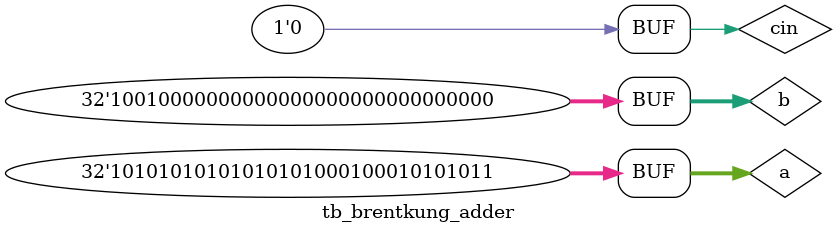
<source format=v>
`timescale 1ns/1ns
module tb_brentkung_adder;
reg [31:0]a,b;
reg cin;
wire [31:0]sum;
wire carry;
bruntkung_adder a1(a,b,cin,sum,carry);

initial
 begin
 $monitor($time,"a is %d and b is %d and sum is %d,carry is %b ",a,b,sum,carry);
 #10 a=32'hAAAA88AB ;b=32'h BC010B78;cin=1'b0;
 #100 a=32'hAAAA88AB;b=32'h 90000000;
end
endmodule

</source>
